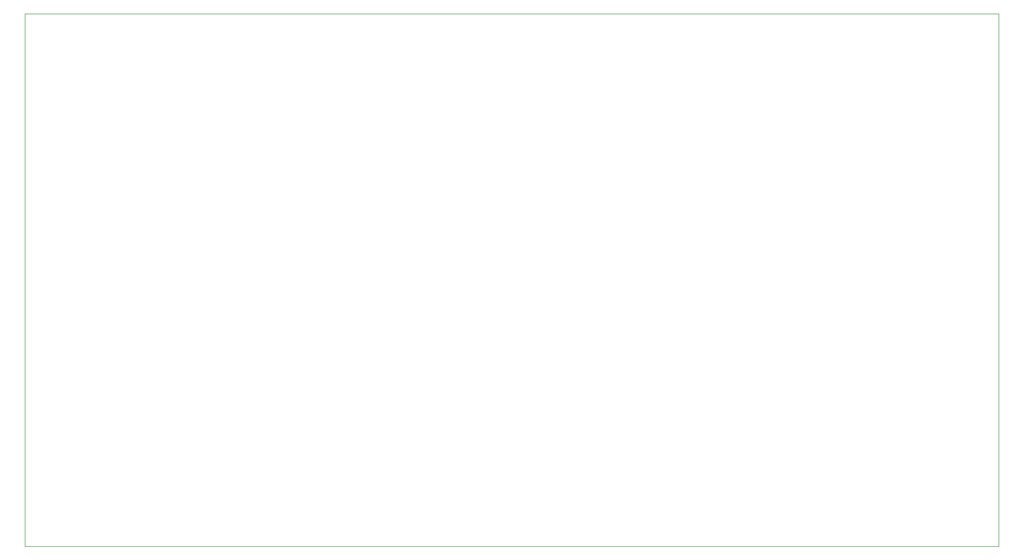
<source format=gbr>
%TF.GenerationSoftware,KiCad,Pcbnew,7.0.7*%
%TF.CreationDate,2024-11-27T08:57:41-05:00*%
%TF.ProjectId,cross-point-exp-brd-mini-lc,63726f73-732d-4706-9f69-6e742d657870,rev?*%
%TF.SameCoordinates,Original*%
%TF.FileFunction,Profile,NP*%
%FSLAX46Y46*%
G04 Gerber Fmt 4.6, Leading zero omitted, Abs format (unit mm)*
G04 Created by KiCad (PCBNEW 7.0.7) date 2024-11-27 08:57:41*
%MOMM*%
%LPD*%
G01*
G04 APERTURE LIST*
%TA.AperFunction,Profile*%
%ADD10C,0.100000*%
%TD*%
G04 APERTURE END LIST*
D10*
X75565000Y-50800000D02*
X238125000Y-50800000D01*
X238125000Y-139700000D01*
X75565000Y-139700000D01*
X75565000Y-50800000D01*
M02*

</source>
